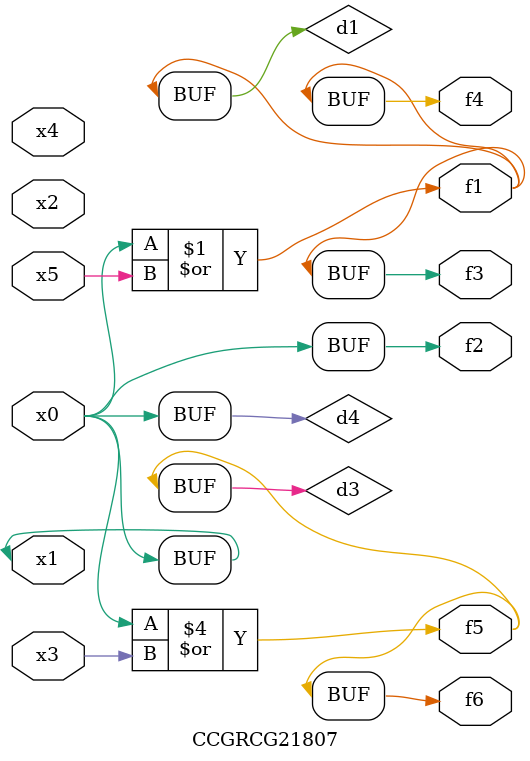
<source format=v>
module CCGRCG21807(
	input x0, x1, x2, x3, x4, x5,
	output f1, f2, f3, f4, f5, f6
);

	wire d1, d2, d3, d4;

	or (d1, x0, x5);
	xnor (d2, x1, x4);
	or (d3, x0, x3);
	buf (d4, x0, x1);
	assign f1 = d1;
	assign f2 = d4;
	assign f3 = d1;
	assign f4 = d1;
	assign f5 = d3;
	assign f6 = d3;
endmodule

</source>
